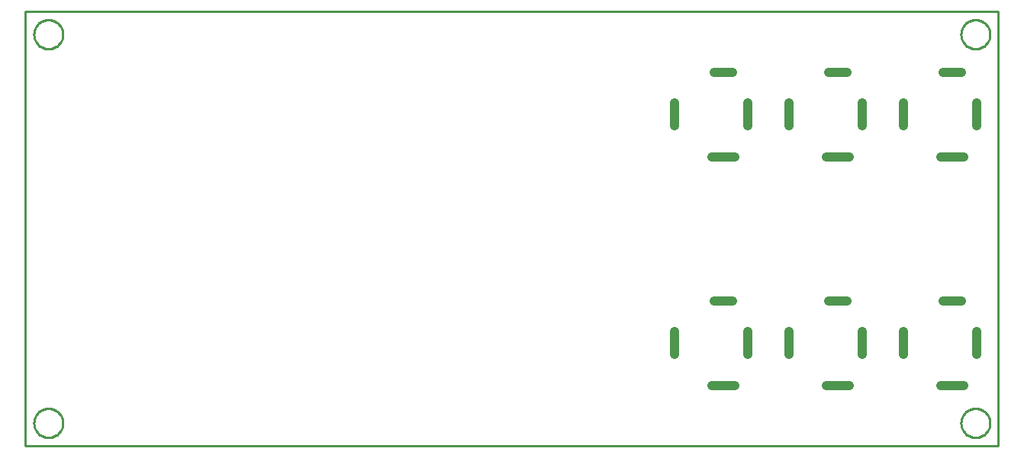
<source format=gko>
G04 EAGLE Gerber RS-274X export*
G75*
%MOMM*%
%FSLAX34Y34*%
%LPD*%
%INBoard Outline*%
%IPPOS*%
%AMOC8*
5,1,8,0,0,1.08239X$1,22.5*%
G01*
%ADD10C,0.000000*%
%ADD11C,1.000000*%
%ADD12C,0.254000*%


D10*
X0Y0D02*
X1079500Y0D01*
X1079500Y482600D01*
X0Y482600D01*
X0Y0D01*
X9334Y25400D02*
X9339Y25794D01*
X9353Y26188D01*
X9378Y26582D01*
X9411Y26975D01*
X9455Y27367D01*
X9508Y27757D01*
X9571Y28147D01*
X9643Y28534D01*
X9724Y28920D01*
X9815Y29304D01*
X9916Y29685D01*
X10026Y30064D01*
X10145Y30440D01*
X10273Y30812D01*
X10411Y31182D01*
X10557Y31548D01*
X10712Y31911D01*
X10877Y32269D01*
X11049Y32623D01*
X11231Y32973D01*
X11421Y33319D01*
X11620Y33660D01*
X11827Y33995D01*
X12042Y34326D01*
X12265Y34651D01*
X12496Y34971D01*
X12734Y35284D01*
X12981Y35592D01*
X13235Y35894D01*
X13496Y36189D01*
X13764Y36478D01*
X14040Y36760D01*
X14322Y37036D01*
X14611Y37304D01*
X14906Y37565D01*
X15208Y37819D01*
X15516Y38066D01*
X15829Y38304D01*
X16149Y38535D01*
X16474Y38758D01*
X16805Y38973D01*
X17140Y39180D01*
X17481Y39379D01*
X17827Y39569D01*
X18177Y39751D01*
X18531Y39923D01*
X18889Y40088D01*
X19252Y40243D01*
X19618Y40389D01*
X19988Y40527D01*
X20360Y40655D01*
X20736Y40774D01*
X21115Y40884D01*
X21496Y40985D01*
X21880Y41076D01*
X22266Y41157D01*
X22653Y41229D01*
X23043Y41292D01*
X23433Y41345D01*
X23825Y41389D01*
X24218Y41422D01*
X24612Y41447D01*
X25006Y41461D01*
X25400Y41466D01*
X25794Y41461D01*
X26188Y41447D01*
X26582Y41422D01*
X26975Y41389D01*
X27367Y41345D01*
X27757Y41292D01*
X28147Y41229D01*
X28534Y41157D01*
X28920Y41076D01*
X29304Y40985D01*
X29685Y40884D01*
X30064Y40774D01*
X30440Y40655D01*
X30812Y40527D01*
X31182Y40389D01*
X31548Y40243D01*
X31911Y40088D01*
X32269Y39923D01*
X32623Y39751D01*
X32973Y39569D01*
X33319Y39379D01*
X33660Y39180D01*
X33995Y38973D01*
X34326Y38758D01*
X34651Y38535D01*
X34971Y38304D01*
X35284Y38066D01*
X35592Y37819D01*
X35894Y37565D01*
X36189Y37304D01*
X36478Y37036D01*
X36760Y36760D01*
X37036Y36478D01*
X37304Y36189D01*
X37565Y35894D01*
X37819Y35592D01*
X38066Y35284D01*
X38304Y34971D01*
X38535Y34651D01*
X38758Y34326D01*
X38973Y33995D01*
X39180Y33660D01*
X39379Y33319D01*
X39569Y32973D01*
X39751Y32623D01*
X39923Y32269D01*
X40088Y31911D01*
X40243Y31548D01*
X40389Y31182D01*
X40527Y30812D01*
X40655Y30440D01*
X40774Y30064D01*
X40884Y29685D01*
X40985Y29304D01*
X41076Y28920D01*
X41157Y28534D01*
X41229Y28147D01*
X41292Y27757D01*
X41345Y27367D01*
X41389Y26975D01*
X41422Y26582D01*
X41447Y26188D01*
X41461Y25794D01*
X41466Y25400D01*
X41461Y25006D01*
X41447Y24612D01*
X41422Y24218D01*
X41389Y23825D01*
X41345Y23433D01*
X41292Y23043D01*
X41229Y22653D01*
X41157Y22266D01*
X41076Y21880D01*
X40985Y21496D01*
X40884Y21115D01*
X40774Y20736D01*
X40655Y20360D01*
X40527Y19988D01*
X40389Y19618D01*
X40243Y19252D01*
X40088Y18889D01*
X39923Y18531D01*
X39751Y18177D01*
X39569Y17827D01*
X39379Y17481D01*
X39180Y17140D01*
X38973Y16805D01*
X38758Y16474D01*
X38535Y16149D01*
X38304Y15829D01*
X38066Y15516D01*
X37819Y15208D01*
X37565Y14906D01*
X37304Y14611D01*
X37036Y14322D01*
X36760Y14040D01*
X36478Y13764D01*
X36189Y13496D01*
X35894Y13235D01*
X35592Y12981D01*
X35284Y12734D01*
X34971Y12496D01*
X34651Y12265D01*
X34326Y12042D01*
X33995Y11827D01*
X33660Y11620D01*
X33319Y11421D01*
X32973Y11231D01*
X32623Y11049D01*
X32269Y10877D01*
X31911Y10712D01*
X31548Y10557D01*
X31182Y10411D01*
X30812Y10273D01*
X30440Y10145D01*
X30064Y10026D01*
X29685Y9916D01*
X29304Y9815D01*
X28920Y9724D01*
X28534Y9643D01*
X28147Y9571D01*
X27757Y9508D01*
X27367Y9455D01*
X26975Y9411D01*
X26582Y9378D01*
X26188Y9353D01*
X25794Y9339D01*
X25400Y9334D01*
X25006Y9339D01*
X24612Y9353D01*
X24218Y9378D01*
X23825Y9411D01*
X23433Y9455D01*
X23043Y9508D01*
X22653Y9571D01*
X22266Y9643D01*
X21880Y9724D01*
X21496Y9815D01*
X21115Y9916D01*
X20736Y10026D01*
X20360Y10145D01*
X19988Y10273D01*
X19618Y10411D01*
X19252Y10557D01*
X18889Y10712D01*
X18531Y10877D01*
X18177Y11049D01*
X17827Y11231D01*
X17481Y11421D01*
X17140Y11620D01*
X16805Y11827D01*
X16474Y12042D01*
X16149Y12265D01*
X15829Y12496D01*
X15516Y12734D01*
X15208Y12981D01*
X14906Y13235D01*
X14611Y13496D01*
X14322Y13764D01*
X14040Y14040D01*
X13764Y14322D01*
X13496Y14611D01*
X13235Y14906D01*
X12981Y15208D01*
X12734Y15516D01*
X12496Y15829D01*
X12265Y16149D01*
X12042Y16474D01*
X11827Y16805D01*
X11620Y17140D01*
X11421Y17481D01*
X11231Y17827D01*
X11049Y18177D01*
X10877Y18531D01*
X10712Y18889D01*
X10557Y19252D01*
X10411Y19618D01*
X10273Y19988D01*
X10145Y20360D01*
X10026Y20736D01*
X9916Y21115D01*
X9815Y21496D01*
X9724Y21880D01*
X9643Y22266D01*
X9571Y22653D01*
X9508Y23043D01*
X9455Y23433D01*
X9411Y23825D01*
X9378Y24218D01*
X9353Y24612D01*
X9339Y25006D01*
X9334Y25400D01*
X9334Y457200D02*
X9339Y457594D01*
X9353Y457988D01*
X9378Y458382D01*
X9411Y458775D01*
X9455Y459167D01*
X9508Y459557D01*
X9571Y459947D01*
X9643Y460334D01*
X9724Y460720D01*
X9815Y461104D01*
X9916Y461485D01*
X10026Y461864D01*
X10145Y462240D01*
X10273Y462612D01*
X10411Y462982D01*
X10557Y463348D01*
X10712Y463711D01*
X10877Y464069D01*
X11049Y464423D01*
X11231Y464773D01*
X11421Y465119D01*
X11620Y465460D01*
X11827Y465795D01*
X12042Y466126D01*
X12265Y466451D01*
X12496Y466771D01*
X12734Y467084D01*
X12981Y467392D01*
X13235Y467694D01*
X13496Y467989D01*
X13764Y468278D01*
X14040Y468560D01*
X14322Y468836D01*
X14611Y469104D01*
X14906Y469365D01*
X15208Y469619D01*
X15516Y469866D01*
X15829Y470104D01*
X16149Y470335D01*
X16474Y470558D01*
X16805Y470773D01*
X17140Y470980D01*
X17481Y471179D01*
X17827Y471369D01*
X18177Y471551D01*
X18531Y471723D01*
X18889Y471888D01*
X19252Y472043D01*
X19618Y472189D01*
X19988Y472327D01*
X20360Y472455D01*
X20736Y472574D01*
X21115Y472684D01*
X21496Y472785D01*
X21880Y472876D01*
X22266Y472957D01*
X22653Y473029D01*
X23043Y473092D01*
X23433Y473145D01*
X23825Y473189D01*
X24218Y473222D01*
X24612Y473247D01*
X25006Y473261D01*
X25400Y473266D01*
X25794Y473261D01*
X26188Y473247D01*
X26582Y473222D01*
X26975Y473189D01*
X27367Y473145D01*
X27757Y473092D01*
X28147Y473029D01*
X28534Y472957D01*
X28920Y472876D01*
X29304Y472785D01*
X29685Y472684D01*
X30064Y472574D01*
X30440Y472455D01*
X30812Y472327D01*
X31182Y472189D01*
X31548Y472043D01*
X31911Y471888D01*
X32269Y471723D01*
X32623Y471551D01*
X32973Y471369D01*
X33319Y471179D01*
X33660Y470980D01*
X33995Y470773D01*
X34326Y470558D01*
X34651Y470335D01*
X34971Y470104D01*
X35284Y469866D01*
X35592Y469619D01*
X35894Y469365D01*
X36189Y469104D01*
X36478Y468836D01*
X36760Y468560D01*
X37036Y468278D01*
X37304Y467989D01*
X37565Y467694D01*
X37819Y467392D01*
X38066Y467084D01*
X38304Y466771D01*
X38535Y466451D01*
X38758Y466126D01*
X38973Y465795D01*
X39180Y465460D01*
X39379Y465119D01*
X39569Y464773D01*
X39751Y464423D01*
X39923Y464069D01*
X40088Y463711D01*
X40243Y463348D01*
X40389Y462982D01*
X40527Y462612D01*
X40655Y462240D01*
X40774Y461864D01*
X40884Y461485D01*
X40985Y461104D01*
X41076Y460720D01*
X41157Y460334D01*
X41229Y459947D01*
X41292Y459557D01*
X41345Y459167D01*
X41389Y458775D01*
X41422Y458382D01*
X41447Y457988D01*
X41461Y457594D01*
X41466Y457200D01*
X41461Y456806D01*
X41447Y456412D01*
X41422Y456018D01*
X41389Y455625D01*
X41345Y455233D01*
X41292Y454843D01*
X41229Y454453D01*
X41157Y454066D01*
X41076Y453680D01*
X40985Y453296D01*
X40884Y452915D01*
X40774Y452536D01*
X40655Y452160D01*
X40527Y451788D01*
X40389Y451418D01*
X40243Y451052D01*
X40088Y450689D01*
X39923Y450331D01*
X39751Y449977D01*
X39569Y449627D01*
X39379Y449281D01*
X39180Y448940D01*
X38973Y448605D01*
X38758Y448274D01*
X38535Y447949D01*
X38304Y447629D01*
X38066Y447316D01*
X37819Y447008D01*
X37565Y446706D01*
X37304Y446411D01*
X37036Y446122D01*
X36760Y445840D01*
X36478Y445564D01*
X36189Y445296D01*
X35894Y445035D01*
X35592Y444781D01*
X35284Y444534D01*
X34971Y444296D01*
X34651Y444065D01*
X34326Y443842D01*
X33995Y443627D01*
X33660Y443420D01*
X33319Y443221D01*
X32973Y443031D01*
X32623Y442849D01*
X32269Y442677D01*
X31911Y442512D01*
X31548Y442357D01*
X31182Y442211D01*
X30812Y442073D01*
X30440Y441945D01*
X30064Y441826D01*
X29685Y441716D01*
X29304Y441615D01*
X28920Y441524D01*
X28534Y441443D01*
X28147Y441371D01*
X27757Y441308D01*
X27367Y441255D01*
X26975Y441211D01*
X26582Y441178D01*
X26188Y441153D01*
X25794Y441139D01*
X25400Y441134D01*
X25006Y441139D01*
X24612Y441153D01*
X24218Y441178D01*
X23825Y441211D01*
X23433Y441255D01*
X23043Y441308D01*
X22653Y441371D01*
X22266Y441443D01*
X21880Y441524D01*
X21496Y441615D01*
X21115Y441716D01*
X20736Y441826D01*
X20360Y441945D01*
X19988Y442073D01*
X19618Y442211D01*
X19252Y442357D01*
X18889Y442512D01*
X18531Y442677D01*
X18177Y442849D01*
X17827Y443031D01*
X17481Y443221D01*
X17140Y443420D01*
X16805Y443627D01*
X16474Y443842D01*
X16149Y444065D01*
X15829Y444296D01*
X15516Y444534D01*
X15208Y444781D01*
X14906Y445035D01*
X14611Y445296D01*
X14322Y445564D01*
X14040Y445840D01*
X13764Y446122D01*
X13496Y446411D01*
X13235Y446706D01*
X12981Y447008D01*
X12734Y447316D01*
X12496Y447629D01*
X12265Y447949D01*
X12042Y448274D01*
X11827Y448605D01*
X11620Y448940D01*
X11421Y449281D01*
X11231Y449627D01*
X11049Y449977D01*
X10877Y450331D01*
X10712Y450689D01*
X10557Y451052D01*
X10411Y451418D01*
X10273Y451788D01*
X10145Y452160D01*
X10026Y452536D01*
X9916Y452915D01*
X9815Y453296D01*
X9724Y453680D01*
X9643Y454066D01*
X9571Y454453D01*
X9508Y454843D01*
X9455Y455233D01*
X9411Y455625D01*
X9378Y456018D01*
X9353Y456412D01*
X9339Y456806D01*
X9334Y457200D01*
X1038034Y457200D02*
X1038039Y457594D01*
X1038053Y457988D01*
X1038078Y458382D01*
X1038111Y458775D01*
X1038155Y459167D01*
X1038208Y459557D01*
X1038271Y459947D01*
X1038343Y460334D01*
X1038424Y460720D01*
X1038515Y461104D01*
X1038616Y461485D01*
X1038726Y461864D01*
X1038845Y462240D01*
X1038973Y462612D01*
X1039111Y462982D01*
X1039257Y463348D01*
X1039412Y463711D01*
X1039577Y464069D01*
X1039749Y464423D01*
X1039931Y464773D01*
X1040121Y465119D01*
X1040320Y465460D01*
X1040527Y465795D01*
X1040742Y466126D01*
X1040965Y466451D01*
X1041196Y466771D01*
X1041434Y467084D01*
X1041681Y467392D01*
X1041935Y467694D01*
X1042196Y467989D01*
X1042464Y468278D01*
X1042740Y468560D01*
X1043022Y468836D01*
X1043311Y469104D01*
X1043606Y469365D01*
X1043908Y469619D01*
X1044216Y469866D01*
X1044529Y470104D01*
X1044849Y470335D01*
X1045174Y470558D01*
X1045505Y470773D01*
X1045840Y470980D01*
X1046181Y471179D01*
X1046527Y471369D01*
X1046877Y471551D01*
X1047231Y471723D01*
X1047589Y471888D01*
X1047952Y472043D01*
X1048318Y472189D01*
X1048688Y472327D01*
X1049060Y472455D01*
X1049436Y472574D01*
X1049815Y472684D01*
X1050196Y472785D01*
X1050580Y472876D01*
X1050966Y472957D01*
X1051353Y473029D01*
X1051743Y473092D01*
X1052133Y473145D01*
X1052525Y473189D01*
X1052918Y473222D01*
X1053312Y473247D01*
X1053706Y473261D01*
X1054100Y473266D01*
X1054494Y473261D01*
X1054888Y473247D01*
X1055282Y473222D01*
X1055675Y473189D01*
X1056067Y473145D01*
X1056457Y473092D01*
X1056847Y473029D01*
X1057234Y472957D01*
X1057620Y472876D01*
X1058004Y472785D01*
X1058385Y472684D01*
X1058764Y472574D01*
X1059140Y472455D01*
X1059512Y472327D01*
X1059882Y472189D01*
X1060248Y472043D01*
X1060611Y471888D01*
X1060969Y471723D01*
X1061323Y471551D01*
X1061673Y471369D01*
X1062019Y471179D01*
X1062360Y470980D01*
X1062695Y470773D01*
X1063026Y470558D01*
X1063351Y470335D01*
X1063671Y470104D01*
X1063984Y469866D01*
X1064292Y469619D01*
X1064594Y469365D01*
X1064889Y469104D01*
X1065178Y468836D01*
X1065460Y468560D01*
X1065736Y468278D01*
X1066004Y467989D01*
X1066265Y467694D01*
X1066519Y467392D01*
X1066766Y467084D01*
X1067004Y466771D01*
X1067235Y466451D01*
X1067458Y466126D01*
X1067673Y465795D01*
X1067880Y465460D01*
X1068079Y465119D01*
X1068269Y464773D01*
X1068451Y464423D01*
X1068623Y464069D01*
X1068788Y463711D01*
X1068943Y463348D01*
X1069089Y462982D01*
X1069227Y462612D01*
X1069355Y462240D01*
X1069474Y461864D01*
X1069584Y461485D01*
X1069685Y461104D01*
X1069776Y460720D01*
X1069857Y460334D01*
X1069929Y459947D01*
X1069992Y459557D01*
X1070045Y459167D01*
X1070089Y458775D01*
X1070122Y458382D01*
X1070147Y457988D01*
X1070161Y457594D01*
X1070166Y457200D01*
X1070161Y456806D01*
X1070147Y456412D01*
X1070122Y456018D01*
X1070089Y455625D01*
X1070045Y455233D01*
X1069992Y454843D01*
X1069929Y454453D01*
X1069857Y454066D01*
X1069776Y453680D01*
X1069685Y453296D01*
X1069584Y452915D01*
X1069474Y452536D01*
X1069355Y452160D01*
X1069227Y451788D01*
X1069089Y451418D01*
X1068943Y451052D01*
X1068788Y450689D01*
X1068623Y450331D01*
X1068451Y449977D01*
X1068269Y449627D01*
X1068079Y449281D01*
X1067880Y448940D01*
X1067673Y448605D01*
X1067458Y448274D01*
X1067235Y447949D01*
X1067004Y447629D01*
X1066766Y447316D01*
X1066519Y447008D01*
X1066265Y446706D01*
X1066004Y446411D01*
X1065736Y446122D01*
X1065460Y445840D01*
X1065178Y445564D01*
X1064889Y445296D01*
X1064594Y445035D01*
X1064292Y444781D01*
X1063984Y444534D01*
X1063671Y444296D01*
X1063351Y444065D01*
X1063026Y443842D01*
X1062695Y443627D01*
X1062360Y443420D01*
X1062019Y443221D01*
X1061673Y443031D01*
X1061323Y442849D01*
X1060969Y442677D01*
X1060611Y442512D01*
X1060248Y442357D01*
X1059882Y442211D01*
X1059512Y442073D01*
X1059140Y441945D01*
X1058764Y441826D01*
X1058385Y441716D01*
X1058004Y441615D01*
X1057620Y441524D01*
X1057234Y441443D01*
X1056847Y441371D01*
X1056457Y441308D01*
X1056067Y441255D01*
X1055675Y441211D01*
X1055282Y441178D01*
X1054888Y441153D01*
X1054494Y441139D01*
X1054100Y441134D01*
X1053706Y441139D01*
X1053312Y441153D01*
X1052918Y441178D01*
X1052525Y441211D01*
X1052133Y441255D01*
X1051743Y441308D01*
X1051353Y441371D01*
X1050966Y441443D01*
X1050580Y441524D01*
X1050196Y441615D01*
X1049815Y441716D01*
X1049436Y441826D01*
X1049060Y441945D01*
X1048688Y442073D01*
X1048318Y442211D01*
X1047952Y442357D01*
X1047589Y442512D01*
X1047231Y442677D01*
X1046877Y442849D01*
X1046527Y443031D01*
X1046181Y443221D01*
X1045840Y443420D01*
X1045505Y443627D01*
X1045174Y443842D01*
X1044849Y444065D01*
X1044529Y444296D01*
X1044216Y444534D01*
X1043908Y444781D01*
X1043606Y445035D01*
X1043311Y445296D01*
X1043022Y445564D01*
X1042740Y445840D01*
X1042464Y446122D01*
X1042196Y446411D01*
X1041935Y446706D01*
X1041681Y447008D01*
X1041434Y447316D01*
X1041196Y447629D01*
X1040965Y447949D01*
X1040742Y448274D01*
X1040527Y448605D01*
X1040320Y448940D01*
X1040121Y449281D01*
X1039931Y449627D01*
X1039749Y449977D01*
X1039577Y450331D01*
X1039412Y450689D01*
X1039257Y451052D01*
X1039111Y451418D01*
X1038973Y451788D01*
X1038845Y452160D01*
X1038726Y452536D01*
X1038616Y452915D01*
X1038515Y453296D01*
X1038424Y453680D01*
X1038343Y454066D01*
X1038271Y454453D01*
X1038208Y454843D01*
X1038155Y455233D01*
X1038111Y455625D01*
X1038078Y456018D01*
X1038053Y456412D01*
X1038039Y456806D01*
X1038034Y457200D01*
X1038034Y25400D02*
X1038039Y25794D01*
X1038053Y26188D01*
X1038078Y26582D01*
X1038111Y26975D01*
X1038155Y27367D01*
X1038208Y27757D01*
X1038271Y28147D01*
X1038343Y28534D01*
X1038424Y28920D01*
X1038515Y29304D01*
X1038616Y29685D01*
X1038726Y30064D01*
X1038845Y30440D01*
X1038973Y30812D01*
X1039111Y31182D01*
X1039257Y31548D01*
X1039412Y31911D01*
X1039577Y32269D01*
X1039749Y32623D01*
X1039931Y32973D01*
X1040121Y33319D01*
X1040320Y33660D01*
X1040527Y33995D01*
X1040742Y34326D01*
X1040965Y34651D01*
X1041196Y34971D01*
X1041434Y35284D01*
X1041681Y35592D01*
X1041935Y35894D01*
X1042196Y36189D01*
X1042464Y36478D01*
X1042740Y36760D01*
X1043022Y37036D01*
X1043311Y37304D01*
X1043606Y37565D01*
X1043908Y37819D01*
X1044216Y38066D01*
X1044529Y38304D01*
X1044849Y38535D01*
X1045174Y38758D01*
X1045505Y38973D01*
X1045840Y39180D01*
X1046181Y39379D01*
X1046527Y39569D01*
X1046877Y39751D01*
X1047231Y39923D01*
X1047589Y40088D01*
X1047952Y40243D01*
X1048318Y40389D01*
X1048688Y40527D01*
X1049060Y40655D01*
X1049436Y40774D01*
X1049815Y40884D01*
X1050196Y40985D01*
X1050580Y41076D01*
X1050966Y41157D01*
X1051353Y41229D01*
X1051743Y41292D01*
X1052133Y41345D01*
X1052525Y41389D01*
X1052918Y41422D01*
X1053312Y41447D01*
X1053706Y41461D01*
X1054100Y41466D01*
X1054494Y41461D01*
X1054888Y41447D01*
X1055282Y41422D01*
X1055675Y41389D01*
X1056067Y41345D01*
X1056457Y41292D01*
X1056847Y41229D01*
X1057234Y41157D01*
X1057620Y41076D01*
X1058004Y40985D01*
X1058385Y40884D01*
X1058764Y40774D01*
X1059140Y40655D01*
X1059512Y40527D01*
X1059882Y40389D01*
X1060248Y40243D01*
X1060611Y40088D01*
X1060969Y39923D01*
X1061323Y39751D01*
X1061673Y39569D01*
X1062019Y39379D01*
X1062360Y39180D01*
X1062695Y38973D01*
X1063026Y38758D01*
X1063351Y38535D01*
X1063671Y38304D01*
X1063984Y38066D01*
X1064292Y37819D01*
X1064594Y37565D01*
X1064889Y37304D01*
X1065178Y37036D01*
X1065460Y36760D01*
X1065736Y36478D01*
X1066004Y36189D01*
X1066265Y35894D01*
X1066519Y35592D01*
X1066766Y35284D01*
X1067004Y34971D01*
X1067235Y34651D01*
X1067458Y34326D01*
X1067673Y33995D01*
X1067880Y33660D01*
X1068079Y33319D01*
X1068269Y32973D01*
X1068451Y32623D01*
X1068623Y32269D01*
X1068788Y31911D01*
X1068943Y31548D01*
X1069089Y31182D01*
X1069227Y30812D01*
X1069355Y30440D01*
X1069474Y30064D01*
X1069584Y29685D01*
X1069685Y29304D01*
X1069776Y28920D01*
X1069857Y28534D01*
X1069929Y28147D01*
X1069992Y27757D01*
X1070045Y27367D01*
X1070089Y26975D01*
X1070122Y26582D01*
X1070147Y26188D01*
X1070161Y25794D01*
X1070166Y25400D01*
X1070161Y25006D01*
X1070147Y24612D01*
X1070122Y24218D01*
X1070089Y23825D01*
X1070045Y23433D01*
X1069992Y23043D01*
X1069929Y22653D01*
X1069857Y22266D01*
X1069776Y21880D01*
X1069685Y21496D01*
X1069584Y21115D01*
X1069474Y20736D01*
X1069355Y20360D01*
X1069227Y19988D01*
X1069089Y19618D01*
X1068943Y19252D01*
X1068788Y18889D01*
X1068623Y18531D01*
X1068451Y18177D01*
X1068269Y17827D01*
X1068079Y17481D01*
X1067880Y17140D01*
X1067673Y16805D01*
X1067458Y16474D01*
X1067235Y16149D01*
X1067004Y15829D01*
X1066766Y15516D01*
X1066519Y15208D01*
X1066265Y14906D01*
X1066004Y14611D01*
X1065736Y14322D01*
X1065460Y14040D01*
X1065178Y13764D01*
X1064889Y13496D01*
X1064594Y13235D01*
X1064292Y12981D01*
X1063984Y12734D01*
X1063671Y12496D01*
X1063351Y12265D01*
X1063026Y12042D01*
X1062695Y11827D01*
X1062360Y11620D01*
X1062019Y11421D01*
X1061673Y11231D01*
X1061323Y11049D01*
X1060969Y10877D01*
X1060611Y10712D01*
X1060248Y10557D01*
X1059882Y10411D01*
X1059512Y10273D01*
X1059140Y10145D01*
X1058764Y10026D01*
X1058385Y9916D01*
X1058004Y9815D01*
X1057620Y9724D01*
X1057234Y9643D01*
X1056847Y9571D01*
X1056457Y9508D01*
X1056067Y9455D01*
X1055675Y9411D01*
X1055282Y9378D01*
X1054888Y9353D01*
X1054494Y9339D01*
X1054100Y9334D01*
X1053706Y9339D01*
X1053312Y9353D01*
X1052918Y9378D01*
X1052525Y9411D01*
X1052133Y9455D01*
X1051743Y9508D01*
X1051353Y9571D01*
X1050966Y9643D01*
X1050580Y9724D01*
X1050196Y9815D01*
X1049815Y9916D01*
X1049436Y10026D01*
X1049060Y10145D01*
X1048688Y10273D01*
X1048318Y10411D01*
X1047952Y10557D01*
X1047589Y10712D01*
X1047231Y10877D01*
X1046877Y11049D01*
X1046527Y11231D01*
X1046181Y11421D01*
X1045840Y11620D01*
X1045505Y11827D01*
X1045174Y12042D01*
X1044849Y12265D01*
X1044529Y12496D01*
X1044216Y12734D01*
X1043908Y12981D01*
X1043606Y13235D01*
X1043311Y13496D01*
X1043022Y13764D01*
X1042740Y14040D01*
X1042464Y14322D01*
X1042196Y14611D01*
X1041935Y14906D01*
X1041681Y15208D01*
X1041434Y15516D01*
X1041196Y15829D01*
X1040965Y16149D01*
X1040742Y16474D01*
X1040527Y16805D01*
X1040320Y17140D01*
X1040121Y17481D01*
X1039931Y17827D01*
X1039749Y18177D01*
X1039577Y18531D01*
X1039412Y18889D01*
X1039257Y19252D01*
X1039111Y19618D01*
X1038973Y19988D01*
X1038845Y20360D01*
X1038726Y20736D01*
X1038616Y21115D01*
X1038515Y21496D01*
X1038424Y21880D01*
X1038343Y22266D01*
X1038271Y22653D01*
X1038208Y23043D01*
X1038155Y23433D01*
X1038111Y23825D01*
X1038078Y24218D01*
X1038053Y24612D01*
X1038039Y25006D01*
X1038034Y25400D01*
D11*
X786850Y67300D02*
X761850Y67300D01*
X801350Y101800D02*
X801350Y126800D01*
X784350Y161300D02*
X764350Y161300D01*
X720350Y126800D02*
X720350Y101800D01*
X888850Y67300D02*
X913850Y67300D01*
X928350Y101800D02*
X928350Y126800D01*
X911350Y161300D02*
X891350Y161300D01*
X847350Y126800D02*
X847350Y101800D01*
X1015850Y67300D02*
X1040850Y67300D01*
X1055350Y101800D02*
X1055350Y126800D01*
X1038350Y161300D02*
X1018350Y161300D01*
X974350Y126800D02*
X974350Y101800D01*
X786850Y321300D02*
X761850Y321300D01*
X801350Y355800D02*
X801350Y380800D01*
X784350Y415300D02*
X764350Y415300D01*
X720350Y380800D02*
X720350Y355800D01*
X888850Y321300D02*
X913850Y321300D01*
X928350Y355800D02*
X928350Y380800D01*
X911350Y415300D02*
X891350Y415300D01*
X847350Y380800D02*
X847350Y355800D01*
X1015850Y321300D02*
X1040850Y321300D01*
X1055350Y355800D02*
X1055350Y380800D01*
X1038350Y415300D02*
X1018350Y415300D01*
X974350Y380800D02*
X974350Y355800D01*
D12*
X0Y0D02*
X1079500Y0D01*
X1079500Y482600D01*
X0Y482600D01*
X0Y0D01*
X41466Y24874D02*
X41397Y23824D01*
X41259Y22782D01*
X41054Y21750D01*
X40782Y20734D01*
X40444Y19738D01*
X40041Y18766D01*
X39576Y17823D01*
X39050Y16912D01*
X38466Y16037D01*
X37825Y15203D01*
X37132Y14412D01*
X36388Y13668D01*
X35597Y12975D01*
X34763Y12334D01*
X33888Y11750D01*
X32977Y11224D01*
X32034Y10759D01*
X31062Y10356D01*
X30066Y10018D01*
X29050Y9746D01*
X28018Y9541D01*
X26976Y9403D01*
X25926Y9335D01*
X24874Y9335D01*
X23824Y9403D01*
X22782Y9541D01*
X21750Y9746D01*
X20734Y10018D01*
X19738Y10356D01*
X18766Y10759D01*
X17823Y11224D01*
X16912Y11750D01*
X16037Y12334D01*
X15203Y12975D01*
X14412Y13668D01*
X13668Y14412D01*
X12975Y15203D01*
X12334Y16037D01*
X11750Y16912D01*
X11224Y17823D01*
X10759Y18766D01*
X10356Y19738D01*
X10018Y20734D01*
X9746Y21750D01*
X9541Y22782D01*
X9403Y23824D01*
X9335Y24874D01*
X9335Y25926D01*
X9403Y26976D01*
X9541Y28018D01*
X9746Y29050D01*
X10018Y30066D01*
X10356Y31062D01*
X10759Y32034D01*
X11224Y32977D01*
X11750Y33888D01*
X12334Y34763D01*
X12975Y35597D01*
X13668Y36388D01*
X14412Y37132D01*
X15203Y37825D01*
X16037Y38466D01*
X16912Y39050D01*
X17823Y39576D01*
X18766Y40041D01*
X19738Y40444D01*
X20734Y40782D01*
X21750Y41054D01*
X22782Y41259D01*
X23824Y41397D01*
X24874Y41466D01*
X25926Y41466D01*
X26976Y41397D01*
X28018Y41259D01*
X29050Y41054D01*
X30066Y40782D01*
X31062Y40444D01*
X32034Y40041D01*
X32977Y39576D01*
X33888Y39050D01*
X34763Y38466D01*
X35597Y37825D01*
X36388Y37132D01*
X37132Y36388D01*
X37825Y35597D01*
X38466Y34763D01*
X39050Y33888D01*
X39576Y32977D01*
X40041Y32034D01*
X40444Y31062D01*
X40782Y30066D01*
X41054Y29050D01*
X41259Y28018D01*
X41397Y26976D01*
X41466Y25926D01*
X41466Y24874D01*
X41466Y456674D02*
X41397Y455624D01*
X41259Y454582D01*
X41054Y453550D01*
X40782Y452534D01*
X40444Y451538D01*
X40041Y450566D01*
X39576Y449623D01*
X39050Y448712D01*
X38466Y447837D01*
X37825Y447003D01*
X37132Y446212D01*
X36388Y445468D01*
X35597Y444775D01*
X34763Y444134D01*
X33888Y443550D01*
X32977Y443024D01*
X32034Y442559D01*
X31062Y442156D01*
X30066Y441818D01*
X29050Y441546D01*
X28018Y441341D01*
X26976Y441203D01*
X25926Y441135D01*
X24874Y441135D01*
X23824Y441203D01*
X22782Y441341D01*
X21750Y441546D01*
X20734Y441818D01*
X19738Y442156D01*
X18766Y442559D01*
X17823Y443024D01*
X16912Y443550D01*
X16037Y444134D01*
X15203Y444775D01*
X14412Y445468D01*
X13668Y446212D01*
X12975Y447003D01*
X12334Y447837D01*
X11750Y448712D01*
X11224Y449623D01*
X10759Y450566D01*
X10356Y451538D01*
X10018Y452534D01*
X9746Y453550D01*
X9541Y454582D01*
X9403Y455624D01*
X9335Y456674D01*
X9335Y457726D01*
X9403Y458776D01*
X9541Y459818D01*
X9746Y460850D01*
X10018Y461866D01*
X10356Y462862D01*
X10759Y463834D01*
X11224Y464777D01*
X11750Y465688D01*
X12334Y466563D01*
X12975Y467397D01*
X13668Y468188D01*
X14412Y468932D01*
X15203Y469625D01*
X16037Y470266D01*
X16912Y470850D01*
X17823Y471376D01*
X18766Y471841D01*
X19738Y472244D01*
X20734Y472582D01*
X21750Y472854D01*
X22782Y473059D01*
X23824Y473197D01*
X24874Y473266D01*
X25926Y473266D01*
X26976Y473197D01*
X28018Y473059D01*
X29050Y472854D01*
X30066Y472582D01*
X31062Y472244D01*
X32034Y471841D01*
X32977Y471376D01*
X33888Y470850D01*
X34763Y470266D01*
X35597Y469625D01*
X36388Y468932D01*
X37132Y468188D01*
X37825Y467397D01*
X38466Y466563D01*
X39050Y465688D01*
X39576Y464777D01*
X40041Y463834D01*
X40444Y462862D01*
X40782Y461866D01*
X41054Y460850D01*
X41259Y459818D01*
X41397Y458776D01*
X41466Y457726D01*
X41466Y456674D01*
X1070166Y456674D02*
X1070097Y455624D01*
X1069959Y454582D01*
X1069754Y453550D01*
X1069482Y452534D01*
X1069144Y451538D01*
X1068741Y450566D01*
X1068276Y449623D01*
X1067750Y448712D01*
X1067166Y447837D01*
X1066525Y447003D01*
X1065832Y446212D01*
X1065088Y445468D01*
X1064297Y444775D01*
X1063463Y444134D01*
X1062588Y443550D01*
X1061677Y443024D01*
X1060734Y442559D01*
X1059762Y442156D01*
X1058766Y441818D01*
X1057750Y441546D01*
X1056718Y441341D01*
X1055676Y441203D01*
X1054626Y441135D01*
X1053574Y441135D01*
X1052524Y441203D01*
X1051482Y441341D01*
X1050450Y441546D01*
X1049434Y441818D01*
X1048438Y442156D01*
X1047466Y442559D01*
X1046523Y443024D01*
X1045612Y443550D01*
X1044737Y444134D01*
X1043903Y444775D01*
X1043112Y445468D01*
X1042368Y446212D01*
X1041675Y447003D01*
X1041034Y447837D01*
X1040450Y448712D01*
X1039924Y449623D01*
X1039459Y450566D01*
X1039056Y451538D01*
X1038718Y452534D01*
X1038446Y453550D01*
X1038241Y454582D01*
X1038103Y455624D01*
X1038035Y456674D01*
X1038035Y457726D01*
X1038103Y458776D01*
X1038241Y459818D01*
X1038446Y460850D01*
X1038718Y461866D01*
X1039056Y462862D01*
X1039459Y463834D01*
X1039924Y464777D01*
X1040450Y465688D01*
X1041034Y466563D01*
X1041675Y467397D01*
X1042368Y468188D01*
X1043112Y468932D01*
X1043903Y469625D01*
X1044737Y470266D01*
X1045612Y470850D01*
X1046523Y471376D01*
X1047466Y471841D01*
X1048438Y472244D01*
X1049434Y472582D01*
X1050450Y472854D01*
X1051482Y473059D01*
X1052524Y473197D01*
X1053574Y473266D01*
X1054626Y473266D01*
X1055676Y473197D01*
X1056718Y473059D01*
X1057750Y472854D01*
X1058766Y472582D01*
X1059762Y472244D01*
X1060734Y471841D01*
X1061677Y471376D01*
X1062588Y470850D01*
X1063463Y470266D01*
X1064297Y469625D01*
X1065088Y468932D01*
X1065832Y468188D01*
X1066525Y467397D01*
X1067166Y466563D01*
X1067750Y465688D01*
X1068276Y464777D01*
X1068741Y463834D01*
X1069144Y462862D01*
X1069482Y461866D01*
X1069754Y460850D01*
X1069959Y459818D01*
X1070097Y458776D01*
X1070166Y457726D01*
X1070166Y456674D01*
X1070166Y24874D02*
X1070097Y23824D01*
X1069959Y22782D01*
X1069754Y21750D01*
X1069482Y20734D01*
X1069144Y19738D01*
X1068741Y18766D01*
X1068276Y17823D01*
X1067750Y16912D01*
X1067166Y16037D01*
X1066525Y15203D01*
X1065832Y14412D01*
X1065088Y13668D01*
X1064297Y12975D01*
X1063463Y12334D01*
X1062588Y11750D01*
X1061677Y11224D01*
X1060734Y10759D01*
X1059762Y10356D01*
X1058766Y10018D01*
X1057750Y9746D01*
X1056718Y9541D01*
X1055676Y9403D01*
X1054626Y9335D01*
X1053574Y9335D01*
X1052524Y9403D01*
X1051482Y9541D01*
X1050450Y9746D01*
X1049434Y10018D01*
X1048438Y10356D01*
X1047466Y10759D01*
X1046523Y11224D01*
X1045612Y11750D01*
X1044737Y12334D01*
X1043903Y12975D01*
X1043112Y13668D01*
X1042368Y14412D01*
X1041675Y15203D01*
X1041034Y16037D01*
X1040450Y16912D01*
X1039924Y17823D01*
X1039459Y18766D01*
X1039056Y19738D01*
X1038718Y20734D01*
X1038446Y21750D01*
X1038241Y22782D01*
X1038103Y23824D01*
X1038035Y24874D01*
X1038035Y25926D01*
X1038103Y26976D01*
X1038241Y28018D01*
X1038446Y29050D01*
X1038718Y30066D01*
X1039056Y31062D01*
X1039459Y32034D01*
X1039924Y32977D01*
X1040450Y33888D01*
X1041034Y34763D01*
X1041675Y35597D01*
X1042368Y36388D01*
X1043112Y37132D01*
X1043903Y37825D01*
X1044737Y38466D01*
X1045612Y39050D01*
X1046523Y39576D01*
X1047466Y40041D01*
X1048438Y40444D01*
X1049434Y40782D01*
X1050450Y41054D01*
X1051482Y41259D01*
X1052524Y41397D01*
X1053574Y41466D01*
X1054626Y41466D01*
X1055676Y41397D01*
X1056718Y41259D01*
X1057750Y41054D01*
X1058766Y40782D01*
X1059762Y40444D01*
X1060734Y40041D01*
X1061677Y39576D01*
X1062588Y39050D01*
X1063463Y38466D01*
X1064297Y37825D01*
X1065088Y37132D01*
X1065832Y36388D01*
X1066525Y35597D01*
X1067166Y34763D01*
X1067750Y33888D01*
X1068276Y32977D01*
X1068741Y32034D01*
X1069144Y31062D01*
X1069482Y30066D01*
X1069754Y29050D01*
X1069959Y28018D01*
X1070097Y26976D01*
X1070166Y25926D01*
X1070166Y24874D01*
M02*

</source>
